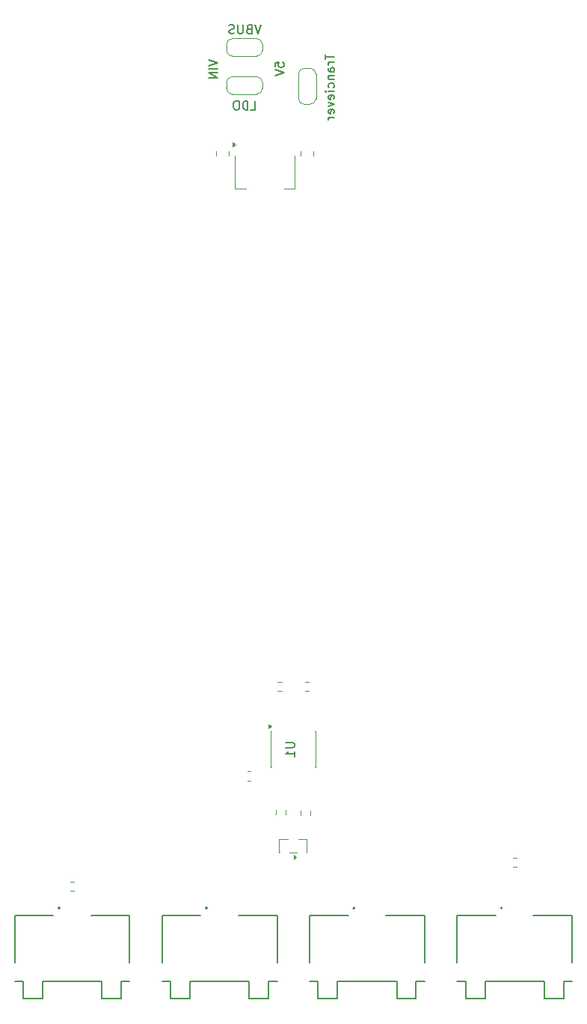
<source format=gbr>
%TF.GenerationSoftware,KiCad,Pcbnew,9.0.6-9.0.6~ubuntu24.04.1*%
%TF.CreationDate,2025-11-24T18:38:17+01:00*%
%TF.ProjectId,COM_BOARD,434f4d5f-424f-4415-9244-2e6b69636164,rev?*%
%TF.SameCoordinates,Original*%
%TF.FileFunction,Legend,Bot*%
%TF.FilePolarity,Positive*%
%FSLAX46Y46*%
G04 Gerber Fmt 4.6, Leading zero omitted, Abs format (unit mm)*
G04 Created by KiCad (PCBNEW 9.0.6-9.0.6~ubuntu24.04.1) date 2025-11-24 18:38:17*
%MOMM*%
%LPD*%
G01*
G04 APERTURE LIST*
%ADD10C,0.150000*%
%ADD11C,0.120000*%
%ADD12C,0.200000*%
G04 APERTURE END LIST*
D10*
X196684819Y-48225714D02*
X196684819Y-48797142D01*
X197684819Y-48511428D02*
X196684819Y-48511428D01*
X197684819Y-49130476D02*
X197018152Y-49130476D01*
X197208628Y-49130476D02*
X197113390Y-49178095D01*
X197113390Y-49178095D02*
X197065771Y-49225714D01*
X197065771Y-49225714D02*
X197018152Y-49320952D01*
X197018152Y-49320952D02*
X197018152Y-49416190D01*
X197684819Y-50178095D02*
X197161009Y-50178095D01*
X197161009Y-50178095D02*
X197065771Y-50130476D01*
X197065771Y-50130476D02*
X197018152Y-50035238D01*
X197018152Y-50035238D02*
X197018152Y-49844762D01*
X197018152Y-49844762D02*
X197065771Y-49749524D01*
X197637200Y-50178095D02*
X197684819Y-50082857D01*
X197684819Y-50082857D02*
X197684819Y-49844762D01*
X197684819Y-49844762D02*
X197637200Y-49749524D01*
X197637200Y-49749524D02*
X197541961Y-49701905D01*
X197541961Y-49701905D02*
X197446723Y-49701905D01*
X197446723Y-49701905D02*
X197351485Y-49749524D01*
X197351485Y-49749524D02*
X197303866Y-49844762D01*
X197303866Y-49844762D02*
X197303866Y-50082857D01*
X197303866Y-50082857D02*
X197256247Y-50178095D01*
X197018152Y-50654286D02*
X197684819Y-50654286D01*
X197113390Y-50654286D02*
X197065771Y-50701905D01*
X197065771Y-50701905D02*
X197018152Y-50797143D01*
X197018152Y-50797143D02*
X197018152Y-50940000D01*
X197018152Y-50940000D02*
X197065771Y-51035238D01*
X197065771Y-51035238D02*
X197161009Y-51082857D01*
X197161009Y-51082857D02*
X197684819Y-51082857D01*
X197637200Y-51987619D02*
X197684819Y-51892381D01*
X197684819Y-51892381D02*
X197684819Y-51701905D01*
X197684819Y-51701905D02*
X197637200Y-51606667D01*
X197637200Y-51606667D02*
X197589580Y-51559048D01*
X197589580Y-51559048D02*
X197494342Y-51511429D01*
X197494342Y-51511429D02*
X197208628Y-51511429D01*
X197208628Y-51511429D02*
X197113390Y-51559048D01*
X197113390Y-51559048D02*
X197065771Y-51606667D01*
X197065771Y-51606667D02*
X197018152Y-51701905D01*
X197018152Y-51701905D02*
X197018152Y-51892381D01*
X197018152Y-51892381D02*
X197065771Y-51987619D01*
X197684819Y-52416191D02*
X197018152Y-52416191D01*
X196684819Y-52416191D02*
X196732438Y-52368572D01*
X196732438Y-52368572D02*
X196780057Y-52416191D01*
X196780057Y-52416191D02*
X196732438Y-52463810D01*
X196732438Y-52463810D02*
X196684819Y-52416191D01*
X196684819Y-52416191D02*
X196780057Y-52416191D01*
X197637200Y-53273333D02*
X197684819Y-53178095D01*
X197684819Y-53178095D02*
X197684819Y-52987619D01*
X197684819Y-52987619D02*
X197637200Y-52892381D01*
X197637200Y-52892381D02*
X197541961Y-52844762D01*
X197541961Y-52844762D02*
X197161009Y-52844762D01*
X197161009Y-52844762D02*
X197065771Y-52892381D01*
X197065771Y-52892381D02*
X197018152Y-52987619D01*
X197018152Y-52987619D02*
X197018152Y-53178095D01*
X197018152Y-53178095D02*
X197065771Y-53273333D01*
X197065771Y-53273333D02*
X197161009Y-53320952D01*
X197161009Y-53320952D02*
X197256247Y-53320952D01*
X197256247Y-53320952D02*
X197351485Y-52844762D01*
X197018152Y-53654286D02*
X197684819Y-53892381D01*
X197684819Y-53892381D02*
X197018152Y-54130476D01*
X197637200Y-54892381D02*
X197684819Y-54797143D01*
X197684819Y-54797143D02*
X197684819Y-54606667D01*
X197684819Y-54606667D02*
X197637200Y-54511429D01*
X197637200Y-54511429D02*
X197541961Y-54463810D01*
X197541961Y-54463810D02*
X197161009Y-54463810D01*
X197161009Y-54463810D02*
X197065771Y-54511429D01*
X197065771Y-54511429D02*
X197018152Y-54606667D01*
X197018152Y-54606667D02*
X197018152Y-54797143D01*
X197018152Y-54797143D02*
X197065771Y-54892381D01*
X197065771Y-54892381D02*
X197161009Y-54940000D01*
X197161009Y-54940000D02*
X197256247Y-54940000D01*
X197256247Y-54940000D02*
X197351485Y-54463810D01*
X197684819Y-55368572D02*
X197018152Y-55368572D01*
X197208628Y-55368572D02*
X197113390Y-55416191D01*
X197113390Y-55416191D02*
X197065771Y-55463810D01*
X197065771Y-55463810D02*
X197018152Y-55559048D01*
X197018152Y-55559048D02*
X197018152Y-55654286D01*
X190984820Y-49649523D02*
X190984820Y-49173333D01*
X190984820Y-49173333D02*
X191461010Y-49125714D01*
X191461010Y-49125714D02*
X191413391Y-49173333D01*
X191413391Y-49173333D02*
X191365772Y-49268571D01*
X191365772Y-49268571D02*
X191365772Y-49506666D01*
X191365772Y-49506666D02*
X191413391Y-49601904D01*
X191413391Y-49601904D02*
X191461010Y-49649523D01*
X191461010Y-49649523D02*
X191556248Y-49697142D01*
X191556248Y-49697142D02*
X191794343Y-49697142D01*
X191794343Y-49697142D02*
X191889581Y-49649523D01*
X191889581Y-49649523D02*
X191937201Y-49601904D01*
X191937201Y-49601904D02*
X191984820Y-49506666D01*
X191984820Y-49506666D02*
X191984820Y-49268571D01*
X191984820Y-49268571D02*
X191937201Y-49173333D01*
X191937201Y-49173333D02*
X191889581Y-49125714D01*
X190984820Y-49982857D02*
X191984820Y-50316190D01*
X191984820Y-50316190D02*
X190984820Y-50649523D01*
X183484819Y-48844761D02*
X184484819Y-49178094D01*
X184484819Y-49178094D02*
X183484819Y-49511427D01*
X184484819Y-49844761D02*
X183484819Y-49844761D01*
X184484819Y-50320951D02*
X183484819Y-50320951D01*
X183484819Y-50320951D02*
X184484819Y-50892379D01*
X184484819Y-50892379D02*
X183484819Y-50892379D01*
X189363333Y-44894818D02*
X189030000Y-45894818D01*
X189030000Y-45894818D02*
X188696667Y-44894818D01*
X188030000Y-45371008D02*
X187887143Y-45418627D01*
X187887143Y-45418627D02*
X187839524Y-45466246D01*
X187839524Y-45466246D02*
X187791905Y-45561484D01*
X187791905Y-45561484D02*
X187791905Y-45704341D01*
X187791905Y-45704341D02*
X187839524Y-45799579D01*
X187839524Y-45799579D02*
X187887143Y-45847199D01*
X187887143Y-45847199D02*
X187982381Y-45894818D01*
X187982381Y-45894818D02*
X188363333Y-45894818D01*
X188363333Y-45894818D02*
X188363333Y-44894818D01*
X188363333Y-44894818D02*
X188030000Y-44894818D01*
X188030000Y-44894818D02*
X187934762Y-44942437D01*
X187934762Y-44942437D02*
X187887143Y-44990056D01*
X187887143Y-44990056D02*
X187839524Y-45085294D01*
X187839524Y-45085294D02*
X187839524Y-45180532D01*
X187839524Y-45180532D02*
X187887143Y-45275770D01*
X187887143Y-45275770D02*
X187934762Y-45323389D01*
X187934762Y-45323389D02*
X188030000Y-45371008D01*
X188030000Y-45371008D02*
X188363333Y-45371008D01*
X187363333Y-44894818D02*
X187363333Y-45704341D01*
X187363333Y-45704341D02*
X187315714Y-45799579D01*
X187315714Y-45799579D02*
X187268095Y-45847199D01*
X187268095Y-45847199D02*
X187172857Y-45894818D01*
X187172857Y-45894818D02*
X186982381Y-45894818D01*
X186982381Y-45894818D02*
X186887143Y-45847199D01*
X186887143Y-45847199D02*
X186839524Y-45799579D01*
X186839524Y-45799579D02*
X186791905Y-45704341D01*
X186791905Y-45704341D02*
X186791905Y-44894818D01*
X186363333Y-45847199D02*
X186220476Y-45894818D01*
X186220476Y-45894818D02*
X185982381Y-45894818D01*
X185982381Y-45894818D02*
X185887143Y-45847199D01*
X185887143Y-45847199D02*
X185839524Y-45799579D01*
X185839524Y-45799579D02*
X185791905Y-45704341D01*
X185791905Y-45704341D02*
X185791905Y-45609103D01*
X185791905Y-45609103D02*
X185839524Y-45513865D01*
X185839524Y-45513865D02*
X185887143Y-45466246D01*
X185887143Y-45466246D02*
X185982381Y-45418627D01*
X185982381Y-45418627D02*
X186172857Y-45371008D01*
X186172857Y-45371008D02*
X186268095Y-45323389D01*
X186268095Y-45323389D02*
X186315714Y-45275770D01*
X186315714Y-45275770D02*
X186363333Y-45180532D01*
X186363333Y-45180532D02*
X186363333Y-45085294D01*
X186363333Y-45085294D02*
X186315714Y-44990056D01*
X186315714Y-44990056D02*
X186268095Y-44942437D01*
X186268095Y-44942437D02*
X186172857Y-44894818D01*
X186172857Y-44894818D02*
X185934762Y-44894818D01*
X185934762Y-44894818D02*
X185791905Y-44942437D01*
X188244285Y-54494819D02*
X188720475Y-54494819D01*
X188720475Y-54494819D02*
X188720475Y-53494819D01*
X187910951Y-54494819D02*
X187910951Y-53494819D01*
X187910951Y-53494819D02*
X187672856Y-53494819D01*
X187672856Y-53494819D02*
X187529999Y-53542438D01*
X187529999Y-53542438D02*
X187434761Y-53637676D01*
X187434761Y-53637676D02*
X187387142Y-53732914D01*
X187387142Y-53732914D02*
X187339523Y-53923390D01*
X187339523Y-53923390D02*
X187339523Y-54066247D01*
X187339523Y-54066247D02*
X187387142Y-54256723D01*
X187387142Y-54256723D02*
X187434761Y-54351961D01*
X187434761Y-54351961D02*
X187529999Y-54447200D01*
X187529999Y-54447200D02*
X187672856Y-54494819D01*
X187672856Y-54494819D02*
X187910951Y-54494819D01*
X186720475Y-53494819D02*
X186529999Y-53494819D01*
X186529999Y-53494819D02*
X186434761Y-53542438D01*
X186434761Y-53542438D02*
X186339523Y-53637676D01*
X186339523Y-53637676D02*
X186291904Y-53828152D01*
X186291904Y-53828152D02*
X186291904Y-54161485D01*
X186291904Y-54161485D02*
X186339523Y-54351961D01*
X186339523Y-54351961D02*
X186434761Y-54447200D01*
X186434761Y-54447200D02*
X186529999Y-54494819D01*
X186529999Y-54494819D02*
X186720475Y-54494819D01*
X186720475Y-54494819D02*
X186815713Y-54447200D01*
X186815713Y-54447200D02*
X186910951Y-54351961D01*
X186910951Y-54351961D02*
X186958570Y-54161485D01*
X186958570Y-54161485D02*
X186958570Y-53828152D01*
X186958570Y-53828152D02*
X186910951Y-53637676D01*
X186910951Y-53637676D02*
X186815713Y-53542438D01*
X186815713Y-53542438D02*
X186720475Y-53494819D01*
X192184819Y-126078094D02*
X192994342Y-126078094D01*
X192994342Y-126078094D02*
X193089580Y-126125713D01*
X193089580Y-126125713D02*
X193137200Y-126173332D01*
X193137200Y-126173332D02*
X193184819Y-126268570D01*
X193184819Y-126268570D02*
X193184819Y-126459046D01*
X193184819Y-126459046D02*
X193137200Y-126554284D01*
X193137200Y-126554284D02*
X193089580Y-126601903D01*
X193089580Y-126601903D02*
X192994342Y-126649522D01*
X192994342Y-126649522D02*
X192184819Y-126649522D01*
X193184819Y-127649522D02*
X193184819Y-127078094D01*
X193184819Y-127363808D02*
X192184819Y-127363808D01*
X192184819Y-127363808D02*
X192327676Y-127268570D01*
X192327676Y-127268570D02*
X192422914Y-127173332D01*
X192422914Y-127173332D02*
X192470533Y-127078094D01*
D11*
%TO.C,R1_Term1*%
X168267258Y-141817500D02*
X167792742Y-141817500D01*
X168267258Y-142862500D02*
X167792742Y-142862500D01*
%TO.C,R2_Term1*%
X217892742Y-139117500D02*
X218367258Y-139117500D01*
X217892742Y-140162500D02*
X218367258Y-140162500D01*
%TO.C,PwrJumper3*%
X185480000Y-47139999D02*
X185480000Y-47739999D01*
X186130000Y-48439999D02*
X188930000Y-48439999D01*
X188930000Y-46439999D02*
X186130000Y-46439999D01*
X189580000Y-47739999D02*
X189580000Y-47139999D01*
X185480000Y-47139999D02*
G75*
G02*
X186180000Y-46439999I699999J1D01*
G01*
X186180000Y-48439999D02*
G75*
G02*
X185480000Y-47739999I-1J699999D01*
G01*
X188880000Y-46439999D02*
G75*
G02*
X189580000Y-47139999I0J-700000D01*
G01*
X189580000Y-47739999D02*
G75*
G02*
X188880000Y-48439999I-700000J0D01*
G01*
%TO.C,PwrJumper2*%
X193630000Y-50439999D02*
X193630000Y-53239999D01*
X194330000Y-53889999D02*
X194930000Y-53889999D01*
X194930000Y-49789999D02*
X194330000Y-49789999D01*
X195630000Y-53239999D02*
X195630000Y-50439999D01*
X193630000Y-50489999D02*
G75*
G02*
X194330000Y-49789999I699999J1D01*
G01*
X194330000Y-53889999D02*
G75*
G02*
X193630000Y-53189999I0J700000D01*
G01*
X194930000Y-49789999D02*
G75*
G02*
X195630000Y-50489999I1J-699999D01*
G01*
X195630000Y-53189999D02*
G75*
G02*
X194930000Y-53889999I-700000J0D01*
G01*
%TO.C,R34*%
X191737258Y-119177500D02*
X191262742Y-119177500D01*
X191737258Y-120222500D02*
X191262742Y-120222500D01*
%TO.C,PwrJumper1*%
X185480000Y-51439999D02*
X185480000Y-52039999D01*
X186130000Y-52739999D02*
X188930000Y-52739999D01*
X188930000Y-50739999D02*
X186130000Y-50739999D01*
X189580000Y-52039999D02*
X189580000Y-51439999D01*
X185480000Y-51439999D02*
G75*
G02*
X186180000Y-50739999I699999J1D01*
G01*
X186180000Y-52739999D02*
G75*
G02*
X185480000Y-52039999I-1J699999D01*
G01*
X188880000Y-50739999D02*
G75*
G02*
X189580000Y-51439999I0J-700000D01*
G01*
X189580000Y-52039999D02*
G75*
G02*
X188880000Y-52739999I-700000J0D01*
G01*
%TO.C,R35*%
X194362742Y-119177500D02*
X194837258Y-119177500D01*
X194362742Y-120222500D02*
X194837258Y-120222500D01*
D12*
%TO.C,J4*%
X161529999Y-145598332D02*
X161530000Y-150948332D01*
X161529999Y-145598332D02*
X165880000Y-145598332D01*
X161530000Y-153098331D02*
X162480000Y-153098332D01*
X162480000Y-153098332D02*
X162480000Y-155048332D01*
X162480000Y-155048332D02*
X164680000Y-155048332D01*
X164680000Y-155048332D02*
X164680000Y-153098332D01*
X171380000Y-153098332D02*
X164680000Y-153098332D01*
X171380000Y-155048332D02*
X171380000Y-153098332D01*
X173580000Y-153098332D02*
X173580000Y-155048332D01*
X173580000Y-155048332D02*
X171380000Y-155048332D01*
X174530000Y-150948332D02*
X174530001Y-145598332D01*
X174530000Y-153098331D02*
X173580000Y-153098332D01*
X174530001Y-145598332D02*
X170180000Y-145598332D01*
X166630000Y-144788332D02*
G75*
G02*
X166430000Y-144788332I-100000J0D01*
G01*
X166430000Y-144788332D02*
G75*
G02*
X166630000Y-144788332I100000J0D01*
G01*
%TO.C,J1*%
X211604999Y-145598332D02*
X211605000Y-150948332D01*
X211604999Y-145598332D02*
X215955000Y-145598332D01*
X211605000Y-153098331D02*
X212555000Y-153098332D01*
X212555000Y-153098332D02*
X212555000Y-155048332D01*
X212555000Y-155048332D02*
X214755000Y-155048332D01*
X214755000Y-155048332D02*
X214755000Y-153098332D01*
X221455000Y-153098332D02*
X214755000Y-153098332D01*
X221455000Y-155048332D02*
X221455000Y-153098332D01*
X223655000Y-153098332D02*
X223655000Y-155048332D01*
X223655000Y-155048332D02*
X221455000Y-155048332D01*
X224605000Y-150948332D02*
X224605001Y-145598332D01*
X224605000Y-153098331D02*
X223655000Y-153098332D01*
X224605001Y-145598332D02*
X220255000Y-145598332D01*
X216705000Y-144788332D02*
G75*
G02*
X216505000Y-144788332I-100000J0D01*
G01*
X216505000Y-144788332D02*
G75*
G02*
X216705000Y-144788332I100000J0D01*
G01*
%TO.C,J2*%
X194913332Y-145598333D02*
X194913333Y-150948333D01*
X194913332Y-145598333D02*
X199263333Y-145598333D01*
X194913333Y-153098332D02*
X195863333Y-153098333D01*
X195863333Y-153098333D02*
X195863333Y-155048333D01*
X195863333Y-155048333D02*
X198063333Y-155048333D01*
X198063333Y-155048333D02*
X198063333Y-153098333D01*
X204763333Y-153098333D02*
X198063333Y-153098333D01*
X204763333Y-155048333D02*
X204763333Y-153098333D01*
X206963333Y-153098333D02*
X206963333Y-155048333D01*
X206963333Y-155048333D02*
X204763333Y-155048333D01*
X207913333Y-150948333D02*
X207913334Y-145598333D01*
X207913333Y-153098332D02*
X206963333Y-153098333D01*
X207913334Y-145598333D02*
X203563333Y-145598333D01*
X200013333Y-144788333D02*
G75*
G02*
X199813333Y-144788333I-100000J0D01*
G01*
X199813333Y-144788333D02*
G75*
G02*
X200013333Y-144788333I100000J0D01*
G01*
D11*
%TO.C,C19*%
X184295001Y-59178746D02*
X184295001Y-59701252D01*
X185765001Y-59178746D02*
X185765001Y-59701252D01*
%TO.C,R36*%
X191107500Y-133702742D02*
X191107500Y-134177258D01*
X192152500Y-133702742D02*
X192152500Y-134177258D01*
%TO.C,C20*%
X193895000Y-59178746D02*
X193895000Y-59701252D01*
X195365000Y-59178746D02*
X195365000Y-59701252D01*
%TO.C,U1*%
X190470001Y-124779999D02*
X190470001Y-128899999D01*
X190470001Y-128899999D02*
X190565000Y-128899999D01*
X190565000Y-124779999D02*
X190470001Y-124779999D01*
X195495000Y-128899999D02*
X195589999Y-128899999D01*
X195589999Y-124779999D02*
X195495000Y-124779999D01*
X195589999Y-128899999D02*
X195589999Y-124779999D01*
X190560000Y-124239999D02*
X190230000Y-124479999D01*
X190230000Y-123999999D01*
X190560000Y-124239999D01*
G36*
X190560000Y-124239999D02*
G01*
X190230000Y-124479999D01*
X190230000Y-123999999D01*
X190560000Y-124239999D01*
G37*
%TO.C,J10*%
X186419999Y-59689999D02*
X186420000Y-63449999D01*
X186420000Y-63449999D02*
X187679999Y-63449999D01*
X193240000Y-63449999D02*
X191980001Y-63449999D01*
X193240001Y-59689999D02*
X193240000Y-63449999D01*
X186520000Y-58409999D02*
X186190000Y-58649999D01*
X186190000Y-58169999D01*
X186520000Y-58409999D01*
G36*
X186520000Y-58409999D02*
G01*
X186190000Y-58649999D01*
X186190000Y-58169999D01*
X186520000Y-58409999D01*
G37*
D12*
%TO.C,J3*%
X178221666Y-145598332D02*
X178221667Y-150948332D01*
X178221666Y-145598332D02*
X182571667Y-145598332D01*
X178221667Y-153098331D02*
X179171667Y-153098332D01*
X179171667Y-153098332D02*
X179171667Y-155048332D01*
X179171667Y-155048332D02*
X181371667Y-155048332D01*
X181371667Y-155048332D02*
X181371667Y-153098332D01*
X188071667Y-153098332D02*
X181371667Y-153098332D01*
X188071667Y-155048332D02*
X188071667Y-153098332D01*
X190271667Y-153098332D02*
X190271667Y-155048332D01*
X190271667Y-155048332D02*
X188071667Y-155048332D01*
X191221667Y-150948332D02*
X191221668Y-145598332D01*
X191221667Y-153098331D02*
X190271667Y-153098332D01*
X191221668Y-145598332D02*
X186871667Y-145598332D01*
X183321667Y-144788332D02*
G75*
G02*
X183121667Y-144788332I-100000J0D01*
G01*
X183121667Y-144788332D02*
G75*
G02*
X183321667Y-144788332I100000J0D01*
G01*
D11*
%TO.C,D2*%
X191470000Y-136980000D02*
X191470000Y-138500000D01*
X191470000Y-138500000D02*
X191520000Y-138500000D01*
X192470000Y-136980000D02*
X191470000Y-136980000D01*
X192640000Y-138500000D02*
X193420000Y-138500000D01*
X194540000Y-138500000D02*
X194590000Y-138500000D01*
X194590000Y-136980000D02*
X193590000Y-136980000D01*
X194590000Y-138500000D02*
X194590000Y-136980000D01*
X193410000Y-139040000D02*
X193080000Y-139280000D01*
X193080000Y-138800000D01*
X193410000Y-139040000D01*
G36*
X193410000Y-139040000D02*
G01*
X193080000Y-139280000D01*
X193080000Y-138800000D01*
X193410000Y-139040000D01*
G37*
%TO.C,R37*%
X193907500Y-133802741D02*
X193907500Y-134277257D01*
X194952500Y-133802741D02*
X194952500Y-134277257D01*
%TO.C,C30*%
X188170581Y-129329999D02*
X187889419Y-129329999D01*
X188170581Y-130349999D02*
X187889419Y-130349999D01*
%TD*%
M02*

</source>
